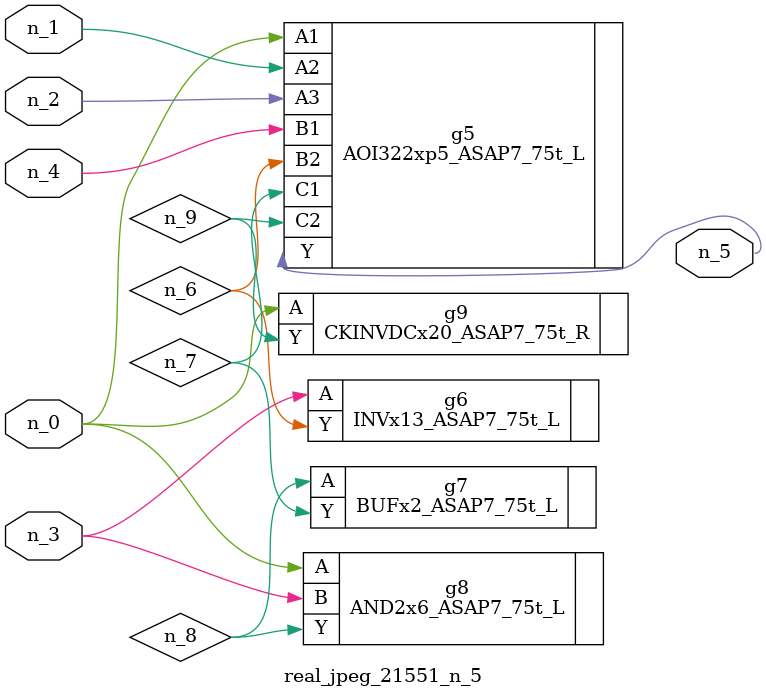
<source format=v>
module real_jpeg_21551_n_5 (n_4, n_0, n_1, n_2, n_3, n_5);

input n_4;
input n_0;
input n_1;
input n_2;
input n_3;

output n_5;

wire n_8;
wire n_6;
wire n_7;
wire n_9;

AOI322xp5_ASAP7_75t_L g5 ( 
.A1(n_0),
.A2(n_1),
.A3(n_2),
.B1(n_4),
.B2(n_6),
.C1(n_7),
.C2(n_9),
.Y(n_5)
);

AND2x6_ASAP7_75t_L g8 ( 
.A(n_0),
.B(n_3),
.Y(n_8)
);

CKINVDCx20_ASAP7_75t_R g9 ( 
.A(n_0),
.Y(n_9)
);

INVx13_ASAP7_75t_L g6 ( 
.A(n_3),
.Y(n_6)
);

BUFx2_ASAP7_75t_L g7 ( 
.A(n_8),
.Y(n_7)
);


endmodule
</source>
